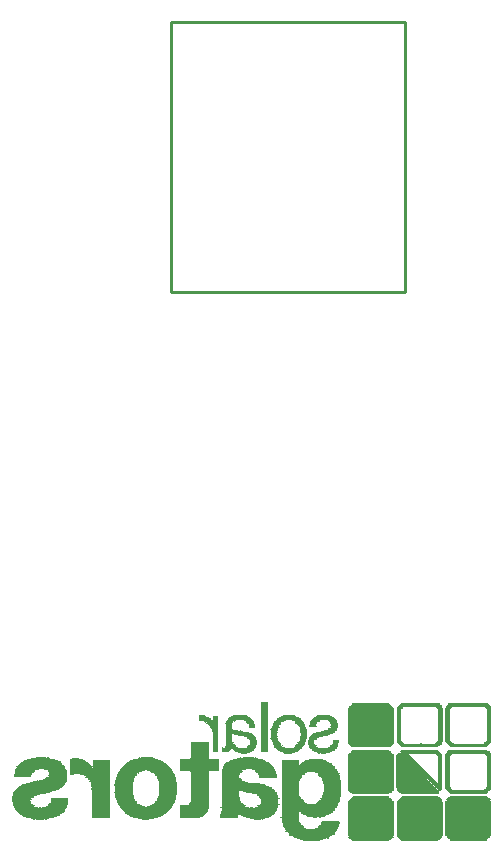
<source format=gbo>
G04*
G04 #@! TF.GenerationSoftware,Altium Limited,Altium Designer,18.1.6 (161)*
G04*
G04 Layer_Color=32896*
%FSLAX25Y25*%
%MOIN*%
G70*
G01*
G75*
%ADD11C,0.01000*%
%ADD60C,0.00200*%
D11*
X251000Y193000D02*
Y283000D01*
X173000Y193000D02*
Y283000D01*
Y193000D02*
X251000D01*
X173000Y283000D02*
X251000D01*
D60*
X203200Y56200D02*
X205000D01*
X266200Y56000D02*
X278000D01*
X250000D02*
X261800D01*
X233800D02*
X245400D01*
X203200D02*
X205000D01*
X278400Y55800D02*
X278600D01*
X266000D02*
X278200D01*
X265600D02*
X265800D01*
X262200D02*
X262400D01*
X249800D02*
X262000D01*
X233600D02*
X245600D01*
X203200D02*
X205000D01*
X278600Y55600D02*
X278800D01*
X265800D02*
X278400D01*
X265400D02*
X265600D01*
X262400D02*
X262600D01*
X249600D02*
X262200D01*
X233400D02*
X245800D01*
X203200D02*
X205000D01*
X265600Y55400D02*
X278600D01*
X265200D02*
X265400D01*
X262600D02*
X262800D01*
X249400D02*
X262400D01*
X233200D02*
X246000D01*
X203200D02*
X205000D01*
X279000Y55200D02*
X279200D01*
X265400D02*
X278800D01*
X265000D02*
X265200D01*
X262800D02*
X263000D01*
X249200D02*
X262600D01*
X233000D02*
X246200D01*
X203200D02*
X205000D01*
X279200Y55000D02*
X279400D01*
X265200D02*
X279000D01*
X264800D02*
X265000D01*
X263000D02*
X263200D01*
X249000D02*
X262800D01*
X232800D02*
X246400D01*
X203200D02*
X205000D01*
X277600Y54800D02*
X279200D01*
X265000D02*
X266600D01*
X261400D02*
X263000D01*
X248800D02*
X250400D01*
X232600D02*
X246600D01*
X203200D02*
X205000D01*
X277800Y54600D02*
X279400D01*
X264800D02*
X266400D01*
X261600D02*
X263200D01*
X248600D02*
X250200D01*
X232400D02*
X246800D01*
X203200D02*
X205000D01*
X278000Y54400D02*
X279600D01*
X264600D02*
X266200D01*
X261800D02*
X263200D01*
X248400D02*
X250000D01*
X232200D02*
X247000D01*
X203200D02*
X205000D01*
X278200Y54200D02*
X279600D01*
X264600D02*
X266000D01*
X262000D02*
X263400D01*
X248400D02*
X249800D01*
X232000D02*
X247000D01*
X203200D02*
X205000D01*
X278400Y54000D02*
X279600D01*
X264600D02*
X265800D01*
X262200D02*
X263400D01*
X248400D02*
X249600D01*
X232200D02*
X247000D01*
X203200D02*
X205000D01*
X278400Y53800D02*
X279600D01*
X264600D02*
X265800D01*
X262200D02*
X263400D01*
X248400D02*
X249600D01*
X232200D02*
X247000D01*
X203200D02*
X205000D01*
X278400Y53600D02*
X279600D01*
X264600D02*
X265800D01*
X262200D02*
X263400D01*
X248400D02*
X249600D01*
X232200D02*
X247000D01*
X203200D02*
X205000D01*
X278400Y53400D02*
X279600D01*
X264600D02*
X265800D01*
X262200D02*
X263400D01*
X248400D02*
X249600D01*
X232200D02*
X247000D01*
X203200D02*
X205000D01*
X278400Y53200D02*
X279600D01*
X264600D02*
X265800D01*
X262200D02*
X263400D01*
X248400D02*
X249600D01*
X232200D02*
X247000D01*
X203200D02*
X205000D01*
X278400Y53000D02*
X279600D01*
X264600D02*
X265800D01*
X262200D02*
X263400D01*
X248400D02*
X249600D01*
X232200D02*
X247000D01*
X203200D02*
X205000D01*
X278400Y52800D02*
X279600D01*
X264600D02*
X265800D01*
X262200D02*
X263400D01*
X248400D02*
X249600D01*
X232200D02*
X247000D01*
X203200D02*
X205000D01*
X278400Y52600D02*
X279600D01*
X264600D02*
X265800D01*
X262200D02*
X263400D01*
X248400D02*
X249600D01*
X232200D02*
X247000D01*
X203200D02*
X205000D01*
X278400Y52400D02*
X279600D01*
X264600D02*
X265800D01*
X262200D02*
X263400D01*
X248400D02*
X249600D01*
X232200D02*
X247000D01*
X203200D02*
X205000D01*
X278400Y52200D02*
X279600D01*
X264600D02*
X265800D01*
X262200D02*
X263400D01*
X248400D02*
X249600D01*
X232200D02*
X247000D01*
X203200D02*
X205000D01*
X278400Y52000D02*
X279600D01*
X264600D02*
X265800D01*
X262200D02*
X263400D01*
X248400D02*
X249600D01*
X232200D02*
X247000D01*
X222800D02*
X224800D01*
X211200D02*
X213400D01*
X203200D02*
X205000D01*
X194600D02*
X197000D01*
X278400Y51800D02*
X279600D01*
X264600D02*
X265800D01*
X262200D02*
X263400D01*
X248400D02*
X249600D01*
X232200D02*
X247000D01*
X221800D02*
X225800D01*
X210400D02*
X214200D01*
X203200D02*
X205000D01*
X193800D02*
X198000D01*
X182400D02*
X184000D01*
X278400Y51600D02*
X279600D01*
X264600D02*
X265800D01*
X262200D02*
X263400D01*
X248400D02*
X249600D01*
X232200D02*
X247000D01*
X221400D02*
X226400D01*
X209800D02*
X214600D01*
X203200D02*
X205000D01*
X193200D02*
X198600D01*
X187000D02*
X188600D01*
X182400D02*
X184600D01*
X278400Y51400D02*
X279600D01*
X264600D02*
X265800D01*
X262200D02*
X263400D01*
X248400D02*
X249600D01*
X232200D02*
X247000D01*
X221000D02*
X226800D01*
X209400D02*
X215000D01*
X203200D02*
X205000D01*
X192800D02*
X198800D01*
X187000D02*
X188600D01*
X182400D02*
X185000D01*
X278400Y51200D02*
X279600D01*
X264600D02*
X265800D01*
X262200D02*
X263400D01*
X248400D02*
X249600D01*
X232200D02*
X247000D01*
X220800D02*
X227000D01*
X209200D02*
X215400D01*
X203200D02*
X205000D01*
X192600D02*
X199200D01*
X187000D02*
X188600D01*
X182400D02*
X185400D01*
X278400Y51000D02*
X279600D01*
X264600D02*
X265800D01*
X262200D02*
X263400D01*
X248400D02*
X249600D01*
X232200D02*
X247000D01*
X220600D02*
X227400D01*
X208800D02*
X215600D01*
X203200D02*
X205000D01*
X192400D02*
X199400D01*
X187000D02*
X188600D01*
X182400D02*
X185600D01*
X278400Y50800D02*
X279600D01*
X264600D02*
X265800D01*
X262200D02*
X263400D01*
X248400D02*
X249600D01*
X232200D02*
X247000D01*
X220400D02*
X227600D01*
X208600D02*
X216000D01*
X203200D02*
X205000D01*
X192200D02*
X199600D01*
X187000D02*
X188600D01*
X182400D02*
X186000D01*
X278400Y50600D02*
X279600D01*
X264600D02*
X265800D01*
X262200D02*
X263400D01*
X248400D02*
X249600D01*
X232200D02*
X247000D01*
X224200D02*
X227800D01*
X220200D02*
X223800D01*
X212400D02*
X216200D01*
X208400D02*
X212000D01*
X203200D02*
X205000D01*
X196200D02*
X199800D01*
X192000D02*
X195800D01*
X187000D02*
X188600D01*
X182400D02*
X186200D01*
X278400Y50400D02*
X279600D01*
X264600D02*
X265800D01*
X262200D02*
X263400D01*
X248400D02*
X249600D01*
X232200D02*
X247000D01*
X225400D02*
X227800D01*
X220000D02*
X222600D01*
X213600D02*
X216400D01*
X208200D02*
X211000D01*
X203200D02*
X205000D01*
X197400D02*
X200000D01*
X191800D02*
X194400D01*
X187000D02*
X188600D01*
X186600D02*
X186800D01*
X182400D02*
X186400D01*
X278400Y50200D02*
X279600D01*
X264600D02*
X265800D01*
X262200D02*
X263400D01*
X248400D02*
X249600D01*
X232200D02*
X247000D01*
X225800D02*
X228000D01*
X219800D02*
X222200D01*
X214000D02*
X216600D01*
X208000D02*
X210400D01*
X203200D02*
X205000D01*
X198000D02*
X200200D01*
X191800D02*
X194000D01*
X187000D02*
X188600D01*
X182600D02*
X186400D01*
X278400Y50000D02*
X279600D01*
X264600D02*
X265800D01*
X262200D02*
X263400D01*
X248400D02*
X249600D01*
X232200D02*
X247000D01*
X226200D02*
X228200D01*
X222200D02*
X222400D01*
X219800D02*
X221800D01*
X214400D02*
X216600D01*
X207800D02*
X210200D01*
X203200D02*
X205000D01*
X198200D02*
X200200D01*
X194000D02*
X194200D01*
X191600D02*
X193600D01*
X187000D02*
X188600D01*
X184200D02*
X186600D01*
X278400Y49800D02*
X279600D01*
X264600D02*
X265800D01*
X262200D02*
X263400D01*
X248400D02*
X249600D01*
X232200D02*
X247000D01*
X226400D02*
X228200D01*
X225800D02*
X226000D01*
X219600D02*
X221600D01*
X214600D02*
X216800D01*
X210200D02*
X210400D01*
X207600D02*
X209800D01*
X203200D02*
X205000D01*
X198400D02*
X200400D01*
X198000D02*
X198200D01*
X191600D02*
X193400D01*
X187000D02*
X188600D01*
X184800D02*
X186800D01*
X278400Y49600D02*
X279600D01*
X264600D02*
X265800D01*
X262200D02*
X263400D01*
X248400D02*
X249600D01*
X232200D02*
X247000D01*
X226400D02*
X228200D01*
X226000D02*
X226200D01*
X219600D02*
X221400D01*
X214800D02*
X217000D01*
X214400D02*
X214600D01*
X207600D02*
X209600D01*
X203200D02*
X205000D01*
X198600D02*
X200400D01*
X198200D02*
X198400D01*
X191400D02*
X193400D01*
X187000D02*
X188600D01*
X185000D02*
X186800D01*
X184400D02*
X184600D01*
X278400Y49400D02*
X279600D01*
X264600D02*
X265800D01*
X262200D02*
X263400D01*
X248400D02*
X249600D01*
X232200D02*
X247000D01*
X226600D02*
X228400D01*
X226200D02*
X226400D01*
X219400D02*
X221400D01*
X215000D02*
X217200D01*
X214600D02*
X214800D01*
X207400D02*
X209400D01*
X203200D02*
X205000D01*
X198800D02*
X200600D01*
X198400D02*
X198600D01*
X191400D02*
X193200D01*
X185400D02*
X188600D01*
X184800D02*
X185000D01*
X278400Y49200D02*
X279600D01*
X264600D02*
X265800D01*
X262200D02*
X263400D01*
X248400D02*
X249600D01*
X232200D02*
X247000D01*
X226600D02*
X228400D01*
X219400D02*
X221200D01*
X215200D02*
X217200D01*
X214800D02*
X215000D01*
X207200D02*
X209200D01*
X203200D02*
X205000D01*
X198800D02*
X200600D01*
X191400D02*
X193200D01*
X191000D02*
X191200D01*
X185600D02*
X188600D01*
X278400Y49000D02*
X279600D01*
X264600D02*
X265800D01*
X262200D02*
X263400D01*
X248400D02*
X249600D01*
X232200D02*
X247000D01*
X226600D02*
X228400D01*
X219400D02*
X221200D01*
X215400D02*
X217400D01*
X215000D02*
X215200D01*
X207200D02*
X209200D01*
X203200D02*
X205000D01*
X199000D02*
X200600D01*
X191400D02*
X193200D01*
X185800D02*
X188600D01*
X185400D02*
X185600D01*
X278400Y48800D02*
X279600D01*
X264600D02*
X265800D01*
X262200D02*
X263400D01*
X248400D02*
X249600D01*
X232200D02*
X247000D01*
X226600D02*
X228400D01*
X219400D02*
X221000D01*
X215600D02*
X217400D01*
X209200D02*
X209400D01*
X207000D02*
X209000D01*
X203200D02*
X205000D01*
X199000D02*
X200800D01*
X191400D02*
X193000D01*
X186000D02*
X188600D01*
X185600D02*
X185800D01*
X278400Y48600D02*
X279600D01*
X264600D02*
X265800D01*
X262200D02*
X263400D01*
X248400D02*
X249600D01*
X232200D02*
X247000D01*
X226600D02*
X228400D01*
X219200D02*
X221000D01*
X215600D02*
X217600D01*
X207000D02*
X208800D01*
X203200D02*
X205000D01*
X199000D02*
X200800D01*
X191400D02*
X193000D01*
X186200D02*
X188600D01*
X185800D02*
X186000D01*
X278400Y48400D02*
X279600D01*
X264600D02*
X265800D01*
X262200D02*
X263400D01*
X248400D02*
X249600D01*
X232200D02*
X247000D01*
X226600D02*
X228400D01*
X221200D02*
X221400D01*
X219200D02*
X221000D01*
X215800D02*
X217600D01*
X207000D02*
X208800D01*
X203200D02*
X205000D01*
X199000D02*
X200800D01*
X191400D02*
X193000D01*
X186200D02*
X188600D01*
X278400Y48200D02*
X279600D01*
X264600D02*
X265800D01*
X262200D02*
X263400D01*
X248400D02*
X249600D01*
X232200D02*
X247000D01*
X226600D02*
X228400D01*
X226200D02*
X226400D01*
X219200D02*
X221000D01*
X215800D02*
X217600D01*
X206800D02*
X208600D01*
X203200D02*
X205000D01*
X199200D02*
X200800D01*
X191400D02*
X193000D01*
X186400D02*
X188600D01*
X278400Y48000D02*
X279600D01*
X264600D02*
X265800D01*
X262200D02*
X263400D01*
X248400D02*
X249600D01*
X232200D02*
X247000D01*
X226600D02*
X228400D01*
X216000D02*
X217800D01*
X208800D02*
X209000D01*
X206800D02*
X208600D01*
X203200D02*
X205000D01*
X199200D02*
X200800D01*
X191400D02*
X193000D01*
X186600D02*
X188600D01*
X278400Y47800D02*
X279600D01*
X264600D02*
X265800D01*
X262200D02*
X263400D01*
X248400D02*
X249600D01*
X232200D02*
X247000D01*
X226400D02*
X228400D01*
X216000D02*
X217800D01*
X206800D02*
X208600D01*
X203200D02*
X205000D01*
X191400D02*
X193000D01*
X186600D02*
X188600D01*
X186200D02*
X186400D01*
X278400Y47600D02*
X279600D01*
X264600D02*
X265800D01*
X262200D02*
X263400D01*
X248400D02*
X249600D01*
X232200D02*
X247000D01*
X226200D02*
X228200D01*
X225600D02*
X225800D01*
X216000D02*
X217800D01*
X206600D02*
X208400D01*
X203200D02*
X205000D01*
X191400D02*
X193200D01*
X186600D02*
X188600D01*
X278400Y47400D02*
X279600D01*
X264600D02*
X265800D01*
X262200D02*
X263400D01*
X248400D02*
X249600D01*
X232200D02*
X247000D01*
X225800D02*
X228200D01*
X216200D02*
X217800D01*
X206600D02*
X208400D01*
X203200D02*
X205000D01*
X191400D02*
X193200D01*
X186800D02*
X188600D01*
X278400Y47200D02*
X279600D01*
X264600D02*
X265800D01*
X262200D02*
X263400D01*
X248400D02*
X249600D01*
X232200D02*
X247000D01*
X225400D02*
X228000D01*
X216200D02*
X218000D01*
X206600D02*
X208400D01*
X206200D02*
X206400D01*
X203200D02*
X205000D01*
X191400D02*
X193400D01*
X186800D02*
X188600D01*
X278400Y47000D02*
X279600D01*
X264600D02*
X265800D01*
X262200D02*
X263400D01*
X248400D02*
X249600D01*
X232200D02*
X247000D01*
X224800D02*
X228000D01*
X216200D02*
X218000D01*
X206600D02*
X208400D01*
X203200D02*
X205000D01*
X196000D02*
X196200D01*
X191400D02*
X193800D01*
X186800D02*
X188600D01*
X278400Y46800D02*
X279600D01*
X264600D02*
X265800D01*
X262200D02*
X263400D01*
X248400D02*
X249600D01*
X232200D02*
X247000D01*
X224200D02*
X227800D01*
X216200D02*
X218000D01*
X206600D02*
X208200D01*
X203200D02*
X205000D01*
X191400D02*
X195200D01*
X186800D02*
X188600D01*
X278400Y46600D02*
X279600D01*
X264600D02*
X265800D01*
X262200D02*
X263400D01*
X248400D02*
X249600D01*
X232200D02*
X247000D01*
X223200D02*
X227600D01*
X216200D02*
X218000D01*
X206600D02*
X208200D01*
X203200D02*
X205000D01*
X191400D02*
X196800D01*
X186800D02*
X188600D01*
X278400Y46400D02*
X279600D01*
X264600D02*
X265800D01*
X262200D02*
X263400D01*
X248400D02*
X249600D01*
X232200D02*
X247000D01*
X222200D02*
X227400D01*
X216200D02*
X218000D01*
X208400D02*
X208600D01*
X206400D02*
X208200D01*
X203200D02*
X205000D01*
X191400D02*
X198000D01*
X187000D02*
X188600D01*
X278400Y46200D02*
X279600D01*
X264600D02*
X265800D01*
X262200D02*
X263400D01*
X248400D02*
X249600D01*
X232200D02*
X247000D01*
X221400D02*
X227200D01*
X216400D02*
X218000D01*
X206400D02*
X208200D01*
X203200D02*
X205000D01*
X191400D02*
X198800D01*
X187000D02*
X188600D01*
X278400Y46000D02*
X279600D01*
X264600D02*
X265800D01*
X262200D02*
X263400D01*
X248400D02*
X249600D01*
X232200D02*
X247000D01*
X221000D02*
X226800D01*
X216400D02*
X218000D01*
X206400D02*
X208200D01*
X203200D02*
X205000D01*
X191400D02*
X199400D01*
X187000D02*
X188600D01*
X278400Y45800D02*
X279600D01*
X264600D02*
X265800D01*
X262200D02*
X263400D01*
X248400D02*
X249600D01*
X232200D02*
X247000D01*
X220600D02*
X226400D01*
X216400D02*
X218000D01*
X206400D02*
X208200D01*
X203200D02*
X205000D01*
X193400D02*
X199800D01*
X191400D02*
X193000D01*
X187000D02*
X188600D01*
X278400Y45600D02*
X279600D01*
X264600D02*
X265800D01*
X262200D02*
X263400D01*
X248400D02*
X249600D01*
X232200D02*
X247000D01*
X220200D02*
X225800D01*
X216400D02*
X218000D01*
X206400D02*
X208200D01*
X203200D02*
X205000D01*
X194200D02*
X200000D01*
X191400D02*
X193000D01*
X187000D02*
X188600D01*
X278400Y45400D02*
X279600D01*
X264600D02*
X265800D01*
X262200D02*
X263400D01*
X248400D02*
X249600D01*
X232200D02*
X247000D01*
X220000D02*
X225200D01*
X216400D02*
X218000D01*
X206400D02*
X208200D01*
X203200D02*
X205000D01*
X195400D02*
X200200D01*
X191400D02*
X193000D01*
X187000D02*
X188600D01*
X278400Y45200D02*
X279600D01*
X264600D02*
X265800D01*
X262200D02*
X263400D01*
X248400D02*
X249600D01*
X232200D02*
X247000D01*
X219800D02*
X224200D01*
X216400D02*
X218000D01*
X206400D02*
X208200D01*
X203200D02*
X205000D01*
X196800D02*
X200600D01*
X191400D02*
X193000D01*
X187000D02*
X188600D01*
X278400Y45000D02*
X279600D01*
X264600D02*
X265800D01*
X262200D02*
X263400D01*
X248400D02*
X249600D01*
X232200D02*
X247000D01*
X219600D02*
X223400D01*
X216200D02*
X218000D01*
X208400D02*
X208600D01*
X206400D02*
X208200D01*
X203200D02*
X205000D01*
X197600D02*
X200600D01*
X191400D02*
X193000D01*
X187000D02*
X188600D01*
X278400Y44800D02*
X279600D01*
X264600D02*
X265800D01*
X262200D02*
X263400D01*
X248400D02*
X249600D01*
X232200D02*
X247000D01*
X219400D02*
X222600D01*
X216200D02*
X218000D01*
X206600D02*
X208200D01*
X203200D02*
X205000D01*
X198200D02*
X200800D01*
X191400D02*
X193000D01*
X187000D02*
X188600D01*
X278400Y44600D02*
X279600D01*
X264600D02*
X265800D01*
X262200D02*
X263400D01*
X248400D02*
X249600D01*
X232200D02*
X247000D01*
X219200D02*
X222000D01*
X216200D02*
X218000D01*
X206600D02*
X208200D01*
X203200D02*
X205000D01*
X198600D02*
X201000D01*
X191400D02*
X193000D01*
X187000D02*
X188600D01*
X278400Y44400D02*
X279600D01*
X264600D02*
X265800D01*
X262200D02*
X263400D01*
X248400D02*
X249600D01*
X232200D02*
X247000D01*
X219200D02*
X221400D01*
X216200D02*
X218000D01*
X206600D02*
X208400D01*
X203200D02*
X205000D01*
X199000D02*
X201000D01*
X198400D02*
X198600D01*
X191400D02*
X193000D01*
X187000D02*
X188600D01*
X278400Y44200D02*
X279600D01*
X264600D02*
X265800D01*
X262200D02*
X263400D01*
X248400D02*
X249600D01*
X232200D02*
X247000D01*
X219000D02*
X221200D01*
X216200D02*
X218000D01*
X206600D02*
X208400D01*
X206200D02*
X206400D01*
X203200D02*
X205000D01*
X199200D02*
X201200D01*
X198800D02*
X199000D01*
X191400D02*
X193000D01*
X187000D02*
X188600D01*
X278400Y44000D02*
X279600D01*
X264600D02*
X265800D01*
X262200D02*
X263400D01*
X248400D02*
X249600D01*
X232200D02*
X247000D01*
X221200D02*
X221400D01*
X219000D02*
X221000D01*
X216000D02*
X217800D01*
X206600D02*
X208400D01*
X203200D02*
X205000D01*
X199400D02*
X201200D01*
X199000D02*
X199200D01*
X191400D02*
X193000D01*
X187000D02*
X188600D01*
X278400Y43800D02*
X279600D01*
X264600D02*
X265800D01*
X262200D02*
X263400D01*
X248400D02*
X249600D01*
X232200D02*
X247000D01*
X221000D02*
X221200D01*
X219000D02*
X220800D01*
X216000D02*
X217800D01*
X206600D02*
X208400D01*
X203200D02*
X205000D01*
X199400D02*
X201200D01*
X191400D02*
X193000D01*
X187000D02*
X188600D01*
X278400Y43600D02*
X279600D01*
X264600D02*
X265800D01*
X262200D02*
X263400D01*
X248400D02*
X249600D01*
X232200D02*
X247000D01*
X227200D02*
X228800D01*
X218800D02*
X220600D01*
X216000D02*
X217800D01*
X206800D02*
X208600D01*
X203200D02*
X205000D01*
X199600D02*
X201400D01*
X191400D02*
X193200D01*
X187000D02*
X188600D01*
X278200Y43400D02*
X279600D01*
X264600D02*
X266000D01*
X262000D02*
X263400D01*
X248400D02*
X249600D01*
X232000D02*
X247000D01*
X227000D02*
X228800D01*
X218800D02*
X220600D01*
X216000D02*
X217800D01*
X206800D02*
X208600D01*
X203200D02*
X205000D01*
X199600D02*
X201400D01*
X191400D02*
X193200D01*
X187000D02*
X188600D01*
X278000Y43200D02*
X279600D01*
X264600D02*
X266200D01*
X261800D02*
X263400D01*
X248400D02*
X249800D01*
X232200D02*
X247000D01*
X227000D02*
X228800D01*
X218800D02*
X220600D01*
X215800D02*
X217600D01*
X206800D02*
X208800D01*
X203200D02*
X205000D01*
X199600D02*
X201400D01*
X191400D02*
X193200D01*
X187000D02*
X188600D01*
X277800Y43000D02*
X279400D01*
X264800D02*
X266400D01*
X261600D02*
X263200D01*
X248400D02*
X250000D01*
X232200D02*
X247000D01*
X227000D02*
X228800D01*
X218800D02*
X220600D01*
X215800D02*
X217600D01*
X207000D02*
X208800D01*
X203200D02*
X205000D01*
X199600D02*
X201400D01*
X191400D02*
X193400D01*
X187000D02*
X188600D01*
X179800D02*
X185400D01*
X277600Y42800D02*
X279200D01*
X265000D02*
X266600D01*
X261400D02*
X263000D01*
X248600D02*
X250200D01*
X232400D02*
X246800D01*
X227000D02*
X228800D01*
X218800D02*
X220600D01*
X215600D02*
X217600D01*
X215200D02*
X215400D01*
X207000D02*
X209000D01*
X203200D02*
X205000D01*
X199600D02*
X201400D01*
X193600D02*
X193800D01*
X191400D02*
X193400D01*
X187000D02*
X188600D01*
X179800D02*
X185400D01*
X277400Y42600D02*
X279000D01*
X265200D02*
X267000D01*
X263000D02*
X263200D01*
X261200D02*
X262800D01*
X256200D02*
X256400D01*
X248800D02*
X250400D01*
X246800D02*
X247000D01*
X232600D02*
X246600D01*
X232200D02*
X232400D01*
X227000D02*
X228600D01*
X218800D02*
X220600D01*
X215600D02*
X217400D01*
X209200D02*
X209400D01*
X207000D02*
X209000D01*
X203200D02*
X205000D01*
X199600D02*
X201400D01*
X191400D02*
X193400D01*
X187000D02*
X188600D01*
X179800D02*
X185400D01*
X265400Y42400D02*
X278800D01*
X262800D02*
X263000D01*
X249000D02*
X262600D01*
X246600D02*
X246800D01*
X232800D02*
X246400D01*
X232400D02*
X232600D01*
X226800D02*
X228600D01*
X218800D02*
X220600D01*
X215400D02*
X217400D01*
X209400D02*
X209600D01*
X207200D02*
X209200D01*
X203200D02*
X205000D01*
X199600D02*
X201400D01*
X193800D02*
X194000D01*
X191400D02*
X193600D01*
X187000D02*
X188600D01*
X179800D02*
X185400D01*
X265600Y42200D02*
X278600D01*
X249200D02*
X262400D01*
X246400D02*
X246600D01*
X233000D02*
X246200D01*
X232600D02*
X232800D01*
X226800D02*
X228600D01*
X219000D02*
X220800D01*
X215200D02*
X217200D01*
X214800D02*
X215000D01*
X207400D02*
X209200D01*
X203200D02*
X205000D01*
X199400D02*
X201400D01*
X194000D02*
X194200D01*
X191400D02*
X193800D01*
X187000D02*
X188600D01*
X179800D02*
X185400D01*
X265800Y42000D02*
X278400D01*
X262400D02*
X262600D01*
X249400D02*
X262200D01*
X246200D02*
X246400D01*
X233200D02*
X246000D01*
X232800D02*
X233000D01*
X226600D02*
X228400D01*
X226200D02*
X226400D01*
X221000D02*
X221200D01*
X219000D02*
X220800D01*
X215000D02*
X217200D01*
X214600D02*
X214800D01*
X207400D02*
X209400D01*
X203200D02*
X205000D01*
X199400D02*
X201200D01*
X199000D02*
X199200D01*
X194200D02*
X194400D01*
X191400D02*
X194000D01*
X187000D02*
X188600D01*
X179800D02*
X185400D01*
X266000Y41800D02*
X278200D01*
X249800D02*
X262000D01*
X246000D02*
X246200D01*
X233400D02*
X245800D01*
X233000D02*
X233200D01*
X226400D02*
X228400D01*
X226000D02*
X226200D01*
X221200D02*
X221400D01*
X219000D02*
X221000D01*
X214800D02*
X217000D01*
X214400D02*
X214600D01*
X210000D02*
X210200D01*
X207600D02*
X209600D01*
X203200D02*
X205000D01*
X199200D02*
X201200D01*
X198800D02*
X199000D01*
X191400D02*
X194200D01*
X187000D02*
X188600D01*
X179800D02*
X185400D01*
X266200Y41600D02*
X278000D01*
X249800D02*
X261800D01*
X245800D02*
X246000D01*
X233600D02*
X245600D01*
X233200D02*
X233400D01*
X226200D02*
X228400D01*
X219200D02*
X221200D01*
X214600D02*
X216800D01*
X207600D02*
X209800D01*
X203200D02*
X205000D01*
X199000D02*
X201200D01*
X198600D02*
X198800D01*
X191200D02*
X194400D01*
X187000D02*
X188600D01*
X179800D02*
X185400D01*
X226000Y41400D02*
X228200D01*
X219200D02*
X221400D01*
X214400D02*
X216600D01*
X210600D02*
X210800D01*
X207800D02*
X210200D01*
X203200D02*
X205000D01*
X198800D02*
X201000D01*
X193000D02*
X194800D01*
X191200D02*
X192800D01*
X187000D02*
X188600D01*
X179800D02*
X185400D01*
X225600Y41200D02*
X228000D01*
X219400D02*
X221800D01*
X214000D02*
X216600D01*
X208000D02*
X210600D01*
X207600D02*
X207800D01*
X203200D02*
X205000D01*
X198600D02*
X201000D01*
X193200D02*
X195200D01*
X191000D02*
X192800D01*
X190000D02*
X190200D01*
X187000D02*
X188600D01*
X179800D02*
X185400D01*
X225000Y41000D02*
X228000D01*
X219600D02*
X222400D01*
X213600D02*
X216400D01*
X208200D02*
X211000D01*
X203200D02*
X205000D01*
X198200D02*
X200800D01*
X193400D02*
X195800D01*
X190000D02*
X192800D01*
X187000D02*
X188600D01*
X179800D02*
X185400D01*
X219800Y40800D02*
X227800D01*
X208400D02*
X216200D01*
X203200D02*
X205000D01*
X193600D02*
X200600D01*
X193000D02*
X193200D01*
X190000D02*
X192800D01*
X187000D02*
X188600D01*
X179800D02*
X185400D01*
X220000Y40600D02*
X227600D01*
X208600D02*
X215800D01*
X203200D02*
X205000D01*
X193800D02*
X200600D01*
X190000D02*
X192800D01*
X187000D02*
X188600D01*
X179800D02*
X185400D01*
X266200Y40400D02*
X278000D01*
X250000D02*
X261600D01*
X233800D02*
X245400D01*
X220200D02*
X227400D01*
X208800D02*
X215600D01*
X203200D02*
X205000D01*
X194000D02*
X200400D01*
X190000D02*
X192600D01*
X187000D02*
X188600D01*
X179800D02*
X185400D01*
X266000Y40200D02*
X278200D01*
X265600D02*
X265800D01*
X249800D02*
X261800D01*
X233600D02*
X245600D01*
X220400D02*
X227000D01*
X209200D02*
X215400D01*
X203200D02*
X205000D01*
X194200D02*
X200200D01*
X190000D02*
X192400D01*
X187000D02*
X188600D01*
X179800D02*
X185400D01*
X278600Y40000D02*
X278800D01*
X265800D02*
X278400D01*
X265400D02*
X265600D01*
X249600D02*
X262000D01*
X233400D02*
X245800D01*
X220800D02*
X226600D01*
X209600D02*
X215000D01*
X203200D02*
X205000D01*
X194400D02*
X199800D01*
X190000D02*
X192200D01*
X187000D02*
X188600D01*
X179800D02*
X185400D01*
X278800Y39800D02*
X279000D01*
X265600D02*
X278600D01*
X265200D02*
X265400D01*
X249600D02*
X262200D01*
X233200D02*
X246000D01*
X221200D02*
X226200D01*
X210000D02*
X214600D01*
X203200D02*
X205000D01*
X194800D02*
X199400D01*
X190000D02*
X192000D01*
X187000D02*
X188600D01*
X179800D02*
X185400D01*
X279000Y39600D02*
X279200D01*
X265400D02*
X278800D01*
X265000D02*
X265200D01*
X249800D02*
X262400D01*
X233000D02*
X246200D01*
X221800D02*
X225800D01*
X210400D02*
X214000D01*
X195400D02*
X199000D01*
X179800D02*
X185400D01*
X279200Y39400D02*
X279400D01*
X265200D02*
X279000D01*
X264800D02*
X265000D01*
X250000D02*
X262600D01*
X249600D02*
X249800D01*
X249000D02*
X249400D01*
X232800D02*
X246400D01*
X223000D02*
X224600D01*
X211400D02*
X213000D01*
X196400D02*
X198000D01*
X179800D02*
X185400D01*
X277600Y39200D02*
X279200D01*
X265000D02*
X266600D01*
X261200D02*
X262800D01*
X250200D02*
X251800D01*
X249800D02*
X250000D01*
X248800D02*
X249600D01*
X232600D02*
X246600D01*
X222200D02*
X222400D01*
X210800D02*
X211000D01*
X179800D02*
X185400D01*
X277800Y39000D02*
X279400D01*
X264800D02*
X266400D01*
X261400D02*
X263000D01*
X250400D02*
X252000D01*
X250000D02*
X250200D01*
X248600D02*
X249800D01*
X232400D02*
X246800D01*
X179800D02*
X185400D01*
X278000Y38800D02*
X279600D01*
X264600D02*
X266200D01*
X261600D02*
X263200D01*
X250600D02*
X252200D01*
X250200D02*
X250400D01*
X248400D02*
X250000D01*
X232200D02*
X247000D01*
X179800D02*
X185400D01*
X278200Y38600D02*
X279600D01*
X264600D02*
X266000D01*
X261800D02*
X263200D01*
X250800D02*
X252400D01*
X250400D02*
X250600D01*
X248200D02*
X250200D01*
X232000D02*
X247000D01*
X179800D02*
X185400D01*
X278400Y38400D02*
X279600D01*
X264600D02*
X265800D01*
X262000D02*
X263200D01*
X251000D02*
X252600D01*
X250600D02*
X250800D01*
X248200D02*
X250400D01*
X232200D02*
X247000D01*
X179800D02*
X185400D01*
X278400Y38200D02*
X279600D01*
X264600D02*
X265800D01*
X262000D02*
X263200D01*
X251200D02*
X252800D01*
X250800D02*
X251000D01*
X248200D02*
X250600D01*
X232200D02*
X247000D01*
X179800D02*
X185400D01*
X278400Y38000D02*
X279600D01*
X264600D02*
X265800D01*
X262000D02*
X263200D01*
X251400D02*
X253000D01*
X251000D02*
X251200D01*
X248200D02*
X250800D01*
X232200D02*
X247000D01*
X201000D02*
X201200D01*
X196000D02*
X196200D01*
X179800D02*
X185400D01*
X166600D02*
X166800D01*
X162400D02*
X162600D01*
X131800D02*
X132000D01*
X278400Y37800D02*
X279600D01*
X264600D02*
X265800D01*
X262000D02*
X263200D01*
X251600D02*
X253200D01*
X251200D02*
X251400D01*
X248200D02*
X251000D01*
X232200D02*
X247000D01*
X197000D02*
X200400D01*
X179800D02*
X185400D01*
X163200D02*
X166000D01*
X128000D02*
X131200D01*
X278400Y37600D02*
X279600D01*
X264600D02*
X265800D01*
X262000D02*
X263200D01*
X251800D02*
X253400D01*
X251400D02*
X251600D01*
X248200D02*
X251200D01*
X232200D02*
X247000D01*
X195200D02*
X201800D01*
X179800D02*
X185400D01*
X179400D02*
X179600D01*
X162000D02*
X167400D01*
X140200D02*
X142000D01*
X126600D02*
X132600D01*
X278400Y37400D02*
X279600D01*
X264600D02*
X265800D01*
X262000D02*
X263200D01*
X252000D02*
X253600D01*
X251600D02*
X251800D01*
X248200D02*
X251400D01*
X232200D02*
X247000D01*
X220000D02*
X222200D01*
X194400D02*
X202600D01*
X179800D02*
X185400D01*
X161200D02*
X168000D01*
X139600D02*
X142800D01*
X125800D02*
X133400D01*
X278400Y37200D02*
X279600D01*
X264600D02*
X265800D01*
X262000D02*
X263200D01*
X252200D02*
X253800D01*
X251800D02*
X252000D01*
X248200D02*
X251600D01*
X232200D02*
X247000D01*
X219000D02*
X223400D01*
X193800D02*
X203400D01*
X176000D02*
X188800D01*
X160600D02*
X168600D01*
X139600D02*
X143400D01*
X125000D02*
X134200D01*
X278400Y37000D02*
X279600D01*
X264600D02*
X265800D01*
X262000D02*
X263200D01*
X252400D02*
X254000D01*
X252000D02*
X252200D01*
X248200D02*
X251800D01*
X232200D02*
X247000D01*
X218200D02*
X224000D01*
X193200D02*
X203800D01*
X176000D02*
X188800D01*
X160000D02*
X169200D01*
X147200D02*
X152400D01*
X139600D02*
X143800D01*
X124600D02*
X134600D01*
X278400Y36800D02*
X279600D01*
X264600D02*
X265800D01*
X262000D02*
X263200D01*
X252600D02*
X254200D01*
X252200D02*
X252400D01*
X248200D02*
X252000D01*
X232200D02*
X247000D01*
X217800D02*
X224400D01*
X210000D02*
X215400D01*
X192800D02*
X204200D01*
X176000D02*
X188800D01*
X159600D02*
X169600D01*
X147200D02*
X152400D01*
X139600D02*
X144200D01*
X124200D02*
X135000D01*
X278400Y36600D02*
X279600D01*
X264600D02*
X265800D01*
X262000D02*
X263200D01*
X252800D02*
X254400D01*
X252400D02*
X252600D01*
X248200D02*
X252200D01*
X232200D02*
X247000D01*
X217400D02*
X224800D01*
X210000D02*
X215400D01*
X192400D02*
X204600D01*
X176000D02*
X188800D01*
X159200D02*
X170000D01*
X147200D02*
X152400D01*
X139600D02*
X144600D01*
X135800D02*
X136000D01*
X123800D02*
X135400D01*
X278400Y36400D02*
X279600D01*
X264600D02*
X265800D01*
X262000D02*
X263200D01*
X253000D02*
X254600D01*
X252600D02*
X252800D01*
X248200D02*
X252400D01*
X232200D02*
X247000D01*
X217000D02*
X225200D01*
X210000D02*
X215400D01*
X192200D02*
X205000D01*
X176000D02*
X188800D01*
X159000D02*
X170400D01*
X147200D02*
X152400D01*
X139600D02*
X144800D01*
X123600D02*
X135800D01*
X278400Y36200D02*
X279600D01*
X264600D02*
X265800D01*
X262000D02*
X263200D01*
X253200D02*
X254800D01*
X252800D02*
X253000D01*
X248200D02*
X252600D01*
X232200D02*
X247000D01*
X216800D02*
X225600D01*
X210000D02*
X215400D01*
X191800D02*
X205400D01*
X191400D02*
X191600D01*
X176000D02*
X188800D01*
X158600D02*
X170600D01*
X147200D02*
X152400D01*
X139600D02*
X145200D01*
X123200D02*
X136000D01*
X278400Y36000D02*
X279600D01*
X264600D02*
X265800D01*
X262000D02*
X263200D01*
X253400D02*
X255000D01*
X253000D02*
X253200D01*
X248200D02*
X252800D01*
X232200D02*
X247000D01*
X216600D02*
X225800D01*
X210000D02*
X215400D01*
X191600D02*
X205600D01*
X176000D02*
X188800D01*
X158200D02*
X171000D01*
X147200D02*
X152400D01*
X139600D02*
X145400D01*
X123000D02*
X136200D01*
X278400Y35800D02*
X279600D01*
X264600D02*
X265800D01*
X262000D02*
X263200D01*
X253600D02*
X255200D01*
X253200D02*
X253400D01*
X248200D02*
X253000D01*
X232200D02*
X247000D01*
X226400D02*
X226600D01*
X216400D02*
X226200D01*
X210000D02*
X215400D01*
X191400D02*
X205800D01*
X191000D02*
X191200D01*
X176000D02*
X188800D01*
X158000D02*
X171200D01*
X147200D02*
X152400D01*
X139600D02*
X145600D01*
X122800D02*
X136400D01*
X278400Y35600D02*
X279600D01*
X264600D02*
X265800D01*
X262000D02*
X263200D01*
X253800D02*
X255400D01*
X253400D02*
X253600D01*
X248200D02*
X253200D01*
X232200D02*
X247000D01*
X216200D02*
X226400D01*
X210000D02*
X215400D01*
X191200D02*
X206000D01*
X190800D02*
X191000D01*
X176000D02*
X188800D01*
X157800D02*
X171400D01*
X147200D02*
X152400D01*
X139600D02*
X145800D01*
X122600D02*
X136600D01*
X278400Y35400D02*
X279600D01*
X264600D02*
X265800D01*
X262000D02*
X263200D01*
X254000D02*
X255600D01*
X253600D02*
X253800D01*
X248200D02*
X253400D01*
X232200D02*
X247000D01*
X216000D02*
X226600D01*
X215600D02*
X215800D01*
X210000D02*
X215400D01*
X191000D02*
X206200D01*
X176000D02*
X188800D01*
X157600D02*
X171600D01*
X147200D02*
X152400D01*
X139600D02*
X146000D01*
X122400D02*
X136800D01*
X278400Y35200D02*
X279600D01*
X264600D02*
X265800D01*
X262000D02*
X263200D01*
X254200D02*
X255800D01*
X253800D02*
X254000D01*
X248200D02*
X253600D01*
X232200D02*
X247000D01*
X215800D02*
X226800D01*
X210000D02*
X215400D01*
X190800D02*
X206400D01*
X176000D02*
X188800D01*
X157400D02*
X171800D01*
X147200D02*
X152400D01*
X139600D02*
X146200D01*
X122200D02*
X137000D01*
X278400Y35000D02*
X279600D01*
X264600D02*
X265800D01*
X262000D02*
X263200D01*
X254400D02*
X256000D01*
X254000D02*
X254200D01*
X248200D02*
X253800D01*
X232200D02*
X247000D01*
X215600D02*
X227000D01*
X210000D02*
X215400D01*
X190800D02*
X206600D01*
X176000D02*
X188800D01*
X157200D02*
X172000D01*
X147200D02*
X152400D01*
X146600D02*
X146800D01*
X139600D02*
X146400D01*
X122000D02*
X137200D01*
X121600D02*
X121800D01*
X278400Y34800D02*
X279600D01*
X264600D02*
X265800D01*
X262000D02*
X263200D01*
X254600D02*
X256200D01*
X254200D02*
X254400D01*
X248200D02*
X254000D01*
X232200D02*
X247000D01*
X227400D02*
X227600D01*
X215600D02*
X227200D01*
X210000D02*
X215400D01*
X190600D02*
X206800D01*
X176000D02*
X188800D01*
X157000D02*
X172200D01*
X147200D02*
X152400D01*
X139600D02*
X146600D01*
X121800D02*
X137400D01*
X278400Y34600D02*
X279600D01*
X264600D02*
X265800D01*
X262000D02*
X263200D01*
X254800D02*
X256400D01*
X254400D02*
X254600D01*
X248200D02*
X254200D01*
X232200D02*
X247000D01*
X210000D02*
X227400D01*
X190600D02*
X207000D01*
X176000D02*
X188800D01*
X156800D02*
X172400D01*
X147200D02*
X152400D01*
X139600D02*
X146600D01*
X121800D02*
X137400D01*
X278400Y34400D02*
X279600D01*
X264600D02*
X265800D01*
X262000D02*
X263200D01*
X255000D02*
X256600D01*
X254600D02*
X254800D01*
X248200D02*
X254400D01*
X232200D02*
X247000D01*
X210000D02*
X227600D01*
X190400D02*
X207200D01*
X176000D02*
X188800D01*
X156600D02*
X172600D01*
X147200D02*
X152400D01*
X139600D02*
X146800D01*
X121600D02*
X137600D01*
X278400Y34200D02*
X279600D01*
X264600D02*
X265800D01*
X262000D02*
X263200D01*
X255200D02*
X256800D01*
X254800D02*
X255000D01*
X248200D02*
X254600D01*
X232200D02*
X247000D01*
X210000D02*
X227600D01*
X190400D02*
X207200D01*
X176000D02*
X188800D01*
X156400D02*
X172800D01*
X147200D02*
X152400D01*
X139600D02*
X147000D01*
X121400D02*
X137600D01*
X278400Y34000D02*
X279600D01*
X264600D02*
X265800D01*
X262000D02*
X263200D01*
X255400D02*
X257000D01*
X255000D02*
X255200D01*
X248200D02*
X254800D01*
X232200D02*
X247000D01*
X210000D02*
X227800D01*
X200000D02*
X207400D01*
X190200D02*
X197800D01*
X176000D02*
X188800D01*
X156200D02*
X173000D01*
X147200D02*
X152400D01*
X139600D02*
X147000D01*
X130800D02*
X137800D01*
X121400D02*
X128800D01*
X278400Y33800D02*
X279600D01*
X264600D02*
X265800D01*
X262000D02*
X263200D01*
X255600D02*
X257200D01*
X255200D02*
X255400D01*
X248200D02*
X255000D01*
X232200D02*
X247000D01*
X210000D02*
X228000D01*
X200800D02*
X207400D01*
X190200D02*
X197000D01*
X176000D02*
X188800D01*
X156200D02*
X173000D01*
X139600D02*
X152400D01*
X131600D02*
X137800D01*
X121200D02*
X127800D01*
X278400Y33600D02*
X279600D01*
X264600D02*
X265800D01*
X262000D02*
X263200D01*
X255800D02*
X257400D01*
X255400D02*
X255600D01*
X248200D02*
X255200D01*
X232200D02*
X247000D01*
X210000D02*
X228000D01*
X201200D02*
X207600D01*
X190200D02*
X196600D01*
X176000D02*
X188800D01*
X165200D02*
X173200D01*
X156000D02*
X164000D01*
X139600D02*
X152400D01*
X132000D02*
X138000D01*
X121200D02*
X127400D01*
X278400Y33400D02*
X279600D01*
X264600D02*
X265800D01*
X262000D02*
X263200D01*
X256000D02*
X257600D01*
X255600D02*
X255800D01*
X248200D02*
X255400D01*
X232200D02*
X247000D01*
X210000D02*
X228200D01*
X201400D02*
X207600D01*
X196600D02*
X196800D01*
X190200D02*
X196200D01*
X179800D02*
X185400D01*
X166200D02*
X173400D01*
X155800D02*
X163000D01*
X139600D02*
X152400D01*
X132200D02*
X138000D01*
X127400D02*
X127600D01*
X121200D02*
X127000D01*
X278400Y33200D02*
X279600D01*
X264600D02*
X265800D01*
X262000D02*
X263200D01*
X256200D02*
X257800D01*
X255800D02*
X256000D01*
X248200D02*
X255600D01*
X232200D02*
X247000D01*
X220200D02*
X228400D01*
X210000D02*
X219400D01*
X201800D02*
X207800D01*
X201200D02*
X201400D01*
X196400D02*
X196600D01*
X190000D02*
X196200D01*
X179800D02*
X185400D01*
X179400D02*
X179600D01*
X166600D02*
X173400D01*
X155800D02*
X162600D01*
X139600D02*
X152400D01*
X132400D02*
X138000D01*
X127000D02*
X127200D01*
X121000D02*
X126800D01*
X278400Y33000D02*
X279600D01*
X264600D02*
X265800D01*
X262000D02*
X263200D01*
X256400D02*
X258000D01*
X256000D02*
X256200D01*
X248200D02*
X255800D01*
X232200D02*
X247000D01*
X221200D02*
X228400D01*
X210000D02*
X218200D01*
X201800D02*
X207800D01*
X201400D02*
X201600D01*
X196200D02*
X196400D01*
X190000D02*
X196000D01*
X179800D02*
X185400D01*
X167000D02*
X173600D01*
X166400D02*
X166600D01*
X155600D02*
X162200D01*
X139600D02*
X152400D01*
X132400D02*
X138000D01*
X126800D02*
X127000D01*
X121000D02*
X126600D01*
X278400Y32800D02*
X279600D01*
X264600D02*
X265800D01*
X262000D02*
X263200D01*
X256600D02*
X258200D01*
X256200D02*
X256400D01*
X248200D02*
X256000D01*
X232200D02*
X247000D01*
X221600D02*
X228600D01*
X210000D02*
X217800D01*
X202000D02*
X207800D01*
X201600D02*
X201800D01*
X190000D02*
X195800D01*
X179800D02*
X185400D01*
X167400D02*
X173600D01*
X166800D02*
X167000D01*
X155600D02*
X162000D01*
X139600D02*
X152400D01*
X132600D02*
X138000D01*
X121000D02*
X126400D01*
X278400Y32600D02*
X279600D01*
X264600D02*
X265800D01*
X262000D02*
X263200D01*
X256800D02*
X258400D01*
X256400D02*
X256600D01*
X248200D02*
X256200D01*
X232200D02*
X247000D01*
X228800D02*
X229000D01*
X222000D02*
X228600D01*
X210000D02*
X217400D01*
X202000D02*
X207800D01*
X190000D02*
X195800D01*
X179800D02*
X185400D01*
X167600D02*
X173800D01*
X162000D02*
X162200D01*
X155400D02*
X161600D01*
X139600D02*
X152400D01*
X132600D02*
X138200D01*
X121000D02*
X126400D01*
X278400Y32400D02*
X279600D01*
X264600D02*
X265800D01*
X262000D02*
X263200D01*
X257000D02*
X258600D01*
X256600D02*
X256800D01*
X248200D02*
X256400D01*
X232200D02*
X247000D01*
X222200D02*
X228800D01*
X217400D02*
X217600D01*
X210000D02*
X217000D01*
X202200D02*
X208000D01*
X190000D02*
X195800D01*
X179800D02*
X185400D01*
X167800D02*
X173800D01*
X155400D02*
X161400D01*
X142800D02*
X152400D01*
X139600D02*
X140400D01*
X132600D02*
X138200D01*
X120800D02*
X126400D01*
X278400Y32200D02*
X279600D01*
X264600D02*
X265800D01*
X262000D02*
X263200D01*
X257200D02*
X258800D01*
X256800D02*
X257000D01*
X248200D02*
X256600D01*
X232200D02*
X247000D01*
X222400D02*
X228800D01*
X222000D02*
X222200D01*
X210000D02*
X216800D01*
X202200D02*
X208000D01*
X190000D02*
X195600D01*
X179800D02*
X185400D01*
X168000D02*
X174000D01*
X155200D02*
X161200D01*
X143600D02*
X152400D01*
X132600D02*
X138200D01*
X120800D02*
X126200D01*
X278400Y32000D02*
X279600D01*
X264600D02*
X265800D01*
X262000D02*
X263200D01*
X257400D02*
X259000D01*
X257000D02*
X257200D01*
X248200D02*
X256800D01*
X232200D02*
X247000D01*
X222600D02*
X228800D01*
X222200D02*
X222400D01*
X210000D02*
X216600D01*
X202400D02*
X208000D01*
X190000D02*
X195600D01*
X179800D02*
X185400D01*
X168000D02*
X174000D01*
X155200D02*
X161200D01*
X144200D02*
X152400D01*
X132400D02*
X138200D01*
X120800D02*
X126200D01*
X278400Y31800D02*
X279600D01*
X264600D02*
X265800D01*
X262000D02*
X263200D01*
X257600D02*
X259200D01*
X257200D02*
X257400D01*
X248200D02*
X257000D01*
X232200D02*
X247000D01*
X222800D02*
X229000D01*
X222400D02*
X222600D01*
X210000D02*
X216400D01*
X202400D02*
X208000D01*
X190000D02*
X195600D01*
X179800D02*
X185400D01*
X168200D02*
X174200D01*
X167800D02*
X168000D01*
X161200D02*
X161400D01*
X155000D02*
X161000D01*
X144600D02*
X152400D01*
X132400D02*
X138200D01*
X132000D02*
X132200D01*
X120800D02*
X126200D01*
X278400Y31600D02*
X279600D01*
X264600D02*
X265800D01*
X262000D02*
X263200D01*
X257800D02*
X259400D01*
X257400D02*
X257600D01*
X248200D02*
X257200D01*
X232200D02*
X247000D01*
X223000D02*
X229000D01*
X222600D02*
X222800D01*
X210000D02*
X216400D01*
X202400D02*
X208000D01*
X190000D02*
X195600D01*
X179800D02*
X185400D01*
X168400D02*
X174200D01*
X155000D02*
X160800D01*
X144800D02*
X152400D01*
X132400D02*
X138200D01*
X120800D02*
X126200D01*
X278400Y31400D02*
X279600D01*
X264600D02*
X265800D01*
X262000D02*
X263200D01*
X258000D02*
X259600D01*
X257600D02*
X257800D01*
X248200D02*
X257400D01*
X232200D02*
X247000D01*
X223200D02*
X229000D01*
X216400D02*
X216600D01*
X210000D02*
X216200D01*
X202400D02*
X208000D01*
X190000D02*
X195600D01*
X179800D02*
X185400D01*
X168400D02*
X174200D01*
X155000D02*
X160800D01*
X145200D02*
X152400D01*
X144600D02*
X144800D01*
X132200D02*
X138200D01*
X131600D02*
X131800D01*
X278400Y31200D02*
X279600D01*
X264600D02*
X265800D01*
X262000D02*
X263200D01*
X258200D02*
X259800D01*
X257800D02*
X258000D01*
X248200D02*
X257600D01*
X232200D02*
X247000D01*
X223200D02*
X229200D01*
X210000D02*
X216200D01*
X202400D02*
X208000D01*
X190000D02*
X195600D01*
X179800D02*
X185400D01*
X168600D02*
X174400D01*
X154800D02*
X160600D01*
X145400D02*
X152400D01*
X131800D02*
X138200D01*
X278400Y31000D02*
X279600D01*
X264600D02*
X265800D01*
X262000D02*
X263200D01*
X258400D02*
X260000D01*
X258000D02*
X258200D01*
X248200D02*
X257800D01*
X232200D02*
X247000D01*
X223400D02*
X229200D01*
X210000D02*
X216000D01*
X190000D02*
X195800D01*
X179800D02*
X185400D01*
X168600D02*
X174400D01*
X154800D02*
X160600D01*
X145600D02*
X152400D01*
X131600D02*
X138200D01*
X278400Y30800D02*
X279600D01*
X264600D02*
X265800D01*
X262000D02*
X263200D01*
X258600D02*
X260200D01*
X258200D02*
X258400D01*
X248200D02*
X258000D01*
X232200D02*
X247000D01*
X223400D02*
X229200D01*
X210000D02*
X216000D01*
X196000D02*
X196200D01*
X190000D02*
X195800D01*
X179800D02*
X185400D01*
X168800D02*
X174400D01*
X154800D02*
X160400D01*
X145600D02*
X152400D01*
X131200D02*
X138200D01*
X278400Y30600D02*
X279600D01*
X264600D02*
X265800D01*
X262000D02*
X263200D01*
X258800D02*
X260400D01*
X248200D02*
X258200D01*
X232200D02*
X247000D01*
X223600D02*
X229200D01*
X210000D02*
X215800D01*
X196200D02*
X196400D01*
X190000D02*
X196000D01*
X179800D02*
X185400D01*
X168800D02*
X174600D01*
X154800D02*
X160400D01*
X145800D02*
X152400D01*
X145400D02*
X145600D01*
X130600D02*
X138000D01*
X278400Y30400D02*
X279600D01*
X264600D02*
X265800D01*
X262000D02*
X263200D01*
X259000D02*
X260600D01*
X248200D02*
X258400D01*
X232200D02*
X247000D01*
X223600D02*
X229400D01*
X210000D02*
X215800D01*
X190000D02*
X196200D01*
X179800D02*
X185400D01*
X168800D02*
X174600D01*
X154600D02*
X160400D01*
X146000D02*
X152400D01*
X129800D02*
X138000D01*
X128400D02*
X128600D01*
X278400Y30200D02*
X279600D01*
X264600D02*
X265600D01*
X262000D02*
X263200D01*
X259200D02*
X260800D01*
X248200D02*
X258600D01*
X232200D02*
X247000D01*
X223600D02*
X229400D01*
X210000D02*
X215600D01*
X190000D02*
X196400D01*
X179800D02*
X185400D01*
X169000D02*
X174600D01*
X154600D02*
X160200D01*
X146000D02*
X152400D01*
X129000D02*
X138000D01*
X278400Y30000D02*
X279600D01*
X264600D02*
X265800D01*
X262000D02*
X263200D01*
X259400D02*
X261000D01*
X248200D02*
X258800D01*
X232200D02*
X247000D01*
X223800D02*
X229400D01*
X210000D02*
X215600D01*
X190000D02*
X197000D01*
X179800D02*
X185400D01*
X169000D02*
X174600D01*
X154600D02*
X160200D01*
X146200D02*
X152400D01*
X145800D02*
X146000D01*
X128000D02*
X138000D01*
X278400Y29800D02*
X279600D01*
X264600D02*
X265800D01*
X262000D02*
X263200D01*
X259600D02*
X261200D01*
X248200D02*
X259000D01*
X232200D02*
X247000D01*
X223800D02*
X229400D01*
X210000D02*
X215600D01*
X190000D02*
X197600D01*
X179800D02*
X185400D01*
X169000D02*
X174600D01*
X160400D02*
X160600D01*
X154600D02*
X160200D01*
X146200D02*
X152400D01*
X127000D02*
X137800D01*
X278400Y29600D02*
X279600D01*
X264600D02*
X265800D01*
X262000D02*
X263200D01*
X259800D02*
X261400D01*
X248200D02*
X259200D01*
X232200D02*
X247000D01*
X223800D02*
X229400D01*
X210000D02*
X215600D01*
X190000D02*
X198600D01*
X179800D02*
X185400D01*
X169000D02*
X174800D01*
X154400D02*
X160200D01*
X146400D02*
X152400D01*
X126200D02*
X137800D01*
X278400Y29400D02*
X279600D01*
X264600D02*
X265800D01*
X262000D02*
X263200D01*
X260000D02*
X261600D01*
X248200D02*
X259400D01*
X232200D02*
X247000D01*
X223800D02*
X229600D01*
X210000D02*
X215600D01*
X202400D02*
X202600D01*
X190000D02*
X200400D01*
X179800D02*
X185400D01*
X169000D02*
X174800D01*
X154400D02*
X160200D01*
X146400D02*
X152400D01*
X125400D02*
X137600D01*
X278400Y29200D02*
X279600D01*
X264600D02*
X265800D01*
X262000D02*
X263200D01*
X260200D02*
X261800D01*
X248200D02*
X259600D01*
X232200D02*
X247000D01*
X223800D02*
X229600D01*
X210000D02*
X215400D01*
X190000D02*
X202000D01*
X179800D02*
X185400D01*
X169000D02*
X174800D01*
X154400D02*
X160200D01*
X146400D02*
X152400D01*
X124800D02*
X137600D01*
X278400Y29000D02*
X279600D01*
X264600D02*
X265800D01*
X260400D02*
X263200D01*
X248200D02*
X259800D01*
X232200D02*
X247000D01*
X224000D02*
X229600D01*
X210000D02*
X215400D01*
X190000D02*
X203000D01*
X179800D02*
X185400D01*
X169200D02*
X174800D01*
X154400D02*
X160000D01*
X146600D02*
X152400D01*
X124200D02*
X137400D01*
X278400Y28800D02*
X279600D01*
X264600D02*
X265800D01*
X260600D02*
X263200D01*
X248200D02*
X260000D01*
X232200D02*
X247000D01*
X224000D02*
X229600D01*
X210000D02*
X215400D01*
X190000D02*
X204000D01*
X179800D02*
X185400D01*
X169200D02*
X174800D01*
X154400D02*
X160000D01*
X154000D02*
X154200D01*
X146600D02*
X152400D01*
X123600D02*
X137200D01*
X278400Y28600D02*
X279600D01*
X264600D02*
X265800D01*
X260800D02*
X263200D01*
X248200D02*
X260200D01*
X232200D02*
X247000D01*
X224000D02*
X229600D01*
X210000D02*
X215400D01*
X190000D02*
X204600D01*
X179800D02*
X185400D01*
X169200D02*
X174800D01*
X154400D02*
X160000D01*
X154000D02*
X154200D01*
X146600D02*
X152400D01*
X123200D02*
X137000D01*
X278400Y28400D02*
X279600D01*
X264600D02*
X265800D01*
X261000D02*
X263200D01*
X248200D02*
X260400D01*
X232200D02*
X247000D01*
X224000D02*
X229600D01*
X210000D02*
X215400D01*
X190000D02*
X205200D01*
X179800D02*
X185400D01*
X169200D02*
X174800D01*
X154400D02*
X160000D01*
X146600D02*
X152400D01*
X122800D02*
X136800D01*
X278400Y28200D02*
X279600D01*
X264600D02*
X265800D01*
X261200D02*
X263200D01*
X248200D02*
X260600D01*
X232200D02*
X247000D01*
X224000D02*
X229600D01*
X210000D02*
X215400D01*
X190000D02*
X205600D01*
X179800D02*
X185400D01*
X169200D02*
X174800D01*
X154400D02*
X160000D01*
X146800D02*
X152400D01*
X122600D02*
X136600D01*
X278400Y28000D02*
X279600D01*
X264600D02*
X265800D01*
X261400D02*
X263200D01*
X248200D02*
X260800D01*
X232200D02*
X247000D01*
X224000D02*
X229600D01*
X210000D02*
X215400D01*
X190000D02*
X206000D01*
X179800D02*
X185400D01*
X169200D02*
X174800D01*
X154400D02*
X160000D01*
X146800D02*
X152400D01*
X122200D02*
X136400D01*
X278200Y27800D02*
X279600D01*
X264600D02*
X266000D01*
X261600D02*
X263200D01*
X248200D02*
X261000D01*
X232000D02*
X247000D01*
X224000D02*
X229600D01*
X210000D02*
X215400D01*
X190000D02*
X206400D01*
X179800D02*
X185400D01*
X169200D02*
X174800D01*
X154400D02*
X160000D01*
X146800D02*
X152400D01*
X122000D02*
X136000D01*
X278000Y27600D02*
X279600D01*
X264600D02*
X266200D01*
X261800D02*
X263200D01*
X248400D02*
X261200D01*
X232200D02*
X247000D01*
X224000D02*
X229600D01*
X210000D02*
X215400D01*
X190000D02*
X206600D01*
X179800D02*
X185400D01*
X169200D02*
X174800D01*
X154400D02*
X160000D01*
X146800D02*
X152400D01*
X146400D02*
X146600D01*
X121800D02*
X135800D01*
X277800Y27400D02*
X279400D01*
X264800D02*
X266400D01*
X262000D02*
X263200D01*
X248400D02*
X261400D01*
X232200D02*
X247000D01*
X224000D02*
X229600D01*
X210000D02*
X215400D01*
X190000D02*
X206800D01*
X179800D02*
X185400D01*
X169200D02*
X174800D01*
X154400D02*
X160000D01*
X146800D02*
X152400D01*
X146400D02*
X146600D01*
X121600D02*
X135400D01*
X277600Y27200D02*
X279200D01*
X265000D02*
X266600D01*
X262200D02*
X263000D01*
X248600D02*
X261600D01*
X232400D02*
X246800D01*
X224000D02*
X229600D01*
X210000D02*
X215400D01*
X190000D02*
X207200D01*
X179800D02*
X185400D01*
X169200D02*
X174800D01*
X154400D02*
X160000D01*
X146800D02*
X152400D01*
X121400D02*
X135000D01*
X265200Y27000D02*
X279000D01*
X262400D02*
X262800D01*
X248800D02*
X261800D01*
X248400D02*
X248600D01*
X246800D02*
X247000D01*
X232600D02*
X246600D01*
X232200D02*
X232400D01*
X224000D02*
X229600D01*
X210000D02*
X215400D01*
X195800D02*
X207400D01*
X190000D02*
X195600D01*
X179800D02*
X185400D01*
X169200D02*
X174800D01*
X154400D02*
X160000D01*
X146800D02*
X152400D01*
X121200D02*
X134400D01*
X265400Y26800D02*
X278800D01*
X249000D02*
X262000D01*
X248600D02*
X248800D01*
X246600D02*
X246800D01*
X232800D02*
X246400D01*
X232400D02*
X232600D01*
X224000D02*
X229600D01*
X210000D02*
X215400D01*
X196400D02*
X207400D01*
X190000D02*
X195600D01*
X179800D02*
X185400D01*
X169200D02*
X174800D01*
X154400D02*
X160000D01*
X146800D02*
X152400D01*
X121000D02*
X133800D01*
X265600Y26600D02*
X278600D01*
X249200D02*
X262200D01*
X248800D02*
X249000D01*
X246400D02*
X246600D01*
X233000D02*
X246200D01*
X232600D02*
X232800D01*
X224000D02*
X229600D01*
X210000D02*
X215400D01*
X197000D02*
X207600D01*
X190000D02*
X195600D01*
X179800D02*
X185400D01*
X169200D02*
X174800D01*
X154400D02*
X160000D01*
X146800D02*
X152400D01*
X120800D02*
X133000D01*
X265800Y26400D02*
X278400D01*
X249400D02*
X262200D01*
X249000D02*
X249200D01*
X246200D02*
X246400D01*
X233200D02*
X246000D01*
X232800D02*
X233000D01*
X223800D02*
X229600D01*
X210000D02*
X215400D01*
X198200D02*
X207800D01*
X190000D02*
X195600D01*
X179800D02*
X185400D01*
X169200D02*
X174800D01*
X154400D02*
X160000D01*
X154000D02*
X154200D01*
X146800D02*
X152400D01*
X120800D02*
X132400D01*
X266000Y26200D02*
X278200D01*
X249600D02*
X262000D01*
X249200D02*
X249400D01*
X246000D02*
X246200D01*
X233400D02*
X245800D01*
X233000D02*
X233200D01*
X223800D02*
X229600D01*
X210000D02*
X215400D01*
X199600D02*
X208000D01*
X190000D02*
X195600D01*
X179800D02*
X185400D01*
X169200D02*
X174800D01*
X154400D02*
X160000D01*
X146800D02*
X152400D01*
X120600D02*
X131400D01*
X266200Y26000D02*
X278000D01*
X262000D02*
X262200D01*
X249800D02*
X261800D01*
X233600D02*
X245600D01*
X223800D02*
X229600D01*
X210000D02*
X215400D01*
X200600D02*
X208000D01*
X190000D02*
X195600D01*
X179800D02*
X185400D01*
X169200D02*
X174800D01*
X154400D02*
X160200D01*
X146800D02*
X152400D01*
X120600D02*
X130600D01*
X223800Y25800D02*
X229400D01*
X210000D02*
X215600D01*
X201200D02*
X208200D01*
X200200D02*
X200400D01*
X190000D02*
X195600D01*
X179800D02*
X185400D01*
X169000D02*
X174800D01*
X154400D02*
X160200D01*
X146800D02*
X152400D01*
X130800D02*
X131000D01*
X120600D02*
X129800D01*
X223800Y25600D02*
X229400D01*
X210000D02*
X215600D01*
X201800D02*
X208200D01*
X190000D02*
X195600D01*
X179800D02*
X185400D01*
X169000D02*
X174800D01*
X154400D02*
X160200D01*
X146800D02*
X152400D01*
X120400D02*
X129000D01*
X223600Y25400D02*
X229400D01*
X210000D02*
X215600D01*
X202000D02*
X208400D01*
X190000D02*
X195600D01*
X179800D02*
X185400D01*
X169000D02*
X174600D01*
X160400D02*
X160600D01*
X154600D02*
X160200D01*
X146800D02*
X152400D01*
X120400D02*
X128200D01*
X223600Y25200D02*
X229400D01*
X210000D02*
X215600D01*
X202400D02*
X208400D01*
X201800D02*
X202000D01*
X190000D02*
X195600D01*
X179800D02*
X185400D01*
X169000D02*
X174600D01*
X154600D02*
X160200D01*
X146800D02*
X152400D01*
X120400D02*
X127600D01*
X223600Y25000D02*
X229400D01*
X210000D02*
X215800D01*
X202600D02*
X208400D01*
X190000D02*
X195600D01*
X179800D02*
X185400D01*
X169000D02*
X174600D01*
X154600D02*
X160200D01*
X146800D02*
X152400D01*
X120400D02*
X127200D01*
X266200Y24800D02*
X278000D01*
X250000D02*
X261800D01*
X233800D02*
X245400D01*
X223400D02*
X229400D01*
X210000D02*
X215800D01*
X202600D02*
X208600D01*
X190000D02*
X195600D01*
X179800D02*
X185400D01*
X168800D02*
X174600D01*
X154600D02*
X160400D01*
X146800D02*
X152400D01*
X120200D02*
X126800D01*
X278400Y24600D02*
X278600D01*
X266000D02*
X278200D01*
X265600D02*
X265800D01*
X262200D02*
X262400D01*
X249800D02*
X262000D01*
X233600D02*
X245600D01*
X223400D02*
X229200D01*
X210000D02*
X216000D01*
X202800D02*
X208600D01*
X202400D02*
X202600D01*
X190000D02*
X195800D01*
X179800D02*
X185400D01*
X168800D02*
X174600D01*
X154600D02*
X160400D01*
X146800D02*
X152400D01*
X126800D02*
X127000D01*
X120200D02*
X126400D01*
X278600Y24400D02*
X278800D01*
X265800D02*
X278400D01*
X265400D02*
X265600D01*
X262400D02*
X262600D01*
X249600D02*
X262200D01*
X233400D02*
X245800D01*
X223200D02*
X229200D01*
X210000D02*
X216000D01*
X202800D02*
X208600D01*
X190000D02*
X195800D01*
X179800D02*
X185400D01*
X168800D02*
X174400D01*
X154800D02*
X160400D01*
X146800D02*
X152400D01*
X120200D02*
X126200D01*
X278800Y24200D02*
X279000D01*
X265600D02*
X278600D01*
X265200D02*
X265400D01*
X262600D02*
X262800D01*
X249400D02*
X262400D01*
X233200D02*
X246000D01*
X223200D02*
X229200D01*
X222800D02*
X223000D01*
X210000D02*
X216200D01*
X208800D02*
X209000D01*
X203000D02*
X208600D01*
X190000D02*
X195800D01*
X179800D02*
X185400D01*
X168600D02*
X174400D01*
X154800D02*
X160600D01*
X146800D02*
X152400D01*
X133200D02*
X138600D01*
X120200D02*
X126000D01*
X265400Y24000D02*
X278800D01*
X265000D02*
X265200D01*
X249200D02*
X262600D01*
X233000D02*
X246200D01*
X223000D02*
X229200D01*
X210000D02*
X216200D01*
X203000D02*
X208600D01*
X190000D02*
X195800D01*
X179800D02*
X185400D01*
X168600D02*
X174400D01*
X154800D02*
X160600D01*
X146800D02*
X152400D01*
X133200D02*
X138600D01*
X126200D02*
X126400D01*
X120200D02*
X126000D01*
X279200Y23800D02*
X279400D01*
X265200D02*
X279000D01*
X264800D02*
X265000D01*
X263000D02*
X263200D01*
X249000D02*
X262800D01*
X232800D02*
X246400D01*
X223000D02*
X229000D01*
X216600D02*
X216800D01*
X210000D02*
X216400D01*
X203000D02*
X208600D01*
X190000D02*
X195800D01*
X179800D02*
X185400D01*
X168400D02*
X174200D01*
X155000D02*
X160800D01*
X146800D02*
X152400D01*
X133200D02*
X138600D01*
X120200D02*
X126000D01*
X265000Y23600D02*
X279200D01*
X248800D02*
X263000D01*
X232600D02*
X246600D01*
X222800D02*
X229000D01*
X222400D02*
X222600D01*
X216800D02*
X217000D01*
X210000D02*
X216600D01*
X203000D02*
X208600D01*
X190000D02*
X195800D01*
X179800D02*
X185400D01*
X168400D02*
X174200D01*
X155000D02*
X160800D01*
X146800D02*
X152400D01*
X133200D02*
X138600D01*
X120200D02*
X125800D01*
X264800Y23400D02*
X279400D01*
X248600D02*
X263200D01*
X232400D02*
X246800D01*
X222600D02*
X229000D01*
X222200D02*
X222400D01*
X217000D02*
X217200D01*
X210000D02*
X216800D01*
X203000D02*
X208600D01*
X190000D02*
X196000D01*
X179800D02*
X185400D01*
X168200D02*
X174200D01*
X167800D02*
X168000D01*
X161200D02*
X161400D01*
X155000D02*
X161000D01*
X146800D02*
X152400D01*
X133200D02*
X138600D01*
X120200D02*
X125800D01*
X264600Y23200D02*
X279600D01*
X248400D02*
X263200D01*
X232200D02*
X247000D01*
X222400D02*
X228800D01*
X210000D02*
X217000D01*
X203000D02*
X208600D01*
X190000D02*
X196000D01*
X179800D02*
X185400D01*
X168200D02*
X174000D01*
X155200D02*
X161200D01*
X146800D02*
X152400D01*
X133200D02*
X138600D01*
X120400D02*
X126000D01*
X264600Y23000D02*
X279600D01*
X248400D02*
X263400D01*
X232000D02*
X247000D01*
X222200D02*
X228800D01*
X210000D02*
X217200D01*
X203000D02*
X208600D01*
X190000D02*
X196200D01*
X179800D02*
X185400D01*
X168000D02*
X174000D01*
X155200D02*
X161200D01*
X146800D02*
X152400D01*
X133000D02*
X138600D01*
X120400D02*
X126000D01*
X264600Y22800D02*
X279600D01*
X248400D02*
X263400D01*
X232200D02*
X247000D01*
X221800D02*
X228800D01*
X210000D02*
X217600D01*
X203000D02*
X208600D01*
X190000D02*
X196200D01*
X179600D02*
X185400D01*
X167800D02*
X173800D01*
X155400D02*
X161400D01*
X146800D02*
X152400D01*
X133000D02*
X138400D01*
X120400D02*
X126000D01*
X264600Y22600D02*
X279600D01*
X248400D02*
X263400D01*
X232200D02*
X247000D01*
X221600D02*
X228600D01*
X210000D02*
X218000D01*
X203000D02*
X208600D01*
X196600D02*
X196800D01*
X190000D02*
X196400D01*
X179600D02*
X185400D01*
X179200D02*
X179400D01*
X167600D02*
X173800D01*
X155400D02*
X161600D01*
X146800D02*
X152400D01*
X132800D02*
X138400D01*
X132400D02*
X132600D01*
X120400D02*
X126000D01*
X264600Y22400D02*
X279600D01*
X248400D02*
X263400D01*
X232200D02*
X247000D01*
X221000D02*
X228600D01*
X210000D02*
X218600D01*
X208800D02*
X209000D01*
X202800D02*
X208600D01*
X196800D02*
X197000D01*
X190000D02*
X196600D01*
X179400D02*
X185400D01*
X167400D02*
X173600D01*
X166800D02*
X167000D01*
X162200D02*
X162400D01*
X155600D02*
X161800D01*
X146800D02*
X152400D01*
X132600D02*
X138400D01*
X132200D02*
X132400D01*
X126400D02*
X126600D01*
X120400D02*
X126200D01*
X264600Y22200D02*
X279600D01*
X248400D02*
X263400D01*
X232200D02*
X247000D01*
X210000D02*
X228400D01*
X208800D02*
X209000D01*
X202800D02*
X208600D01*
X197000D02*
X197200D01*
X190000D02*
X196600D01*
X179000D02*
X185400D01*
X167000D02*
X173600D01*
X155600D02*
X162200D01*
X146800D02*
X152400D01*
X132400D02*
X138400D01*
X132000D02*
X132200D01*
X126600D02*
X126800D01*
X120600D02*
X126400D01*
X264600Y22000D02*
X279600D01*
X248400D02*
X263400D01*
X232200D02*
X247000D01*
X210000D02*
X228400D01*
X202600D02*
X208600D01*
X202200D02*
X202400D01*
X197200D02*
X197400D01*
X190000D02*
X197000D01*
X176000D02*
X185400D01*
X166800D02*
X173400D01*
X155800D02*
X162600D01*
X146800D02*
X152400D01*
X132200D02*
X138200D01*
X126800D02*
X127000D01*
X120600D02*
X126400D01*
X264600Y21800D02*
X279600D01*
X248400D02*
X263400D01*
X232200D02*
X247000D01*
X210000D02*
X228200D01*
X202400D02*
X208600D01*
X201800D02*
X202000D01*
X197600D02*
X197800D01*
X190000D02*
X197200D01*
X176000D02*
X185400D01*
X166200D02*
X173400D01*
X155800D02*
X163000D01*
X146800D02*
X152400D01*
X132000D02*
X138200D01*
X127200D02*
X127400D01*
X120600D02*
X126800D01*
X264600Y21600D02*
X279600D01*
X248400D02*
X263400D01*
X232200D02*
X247000D01*
X210000D02*
X228200D01*
X202200D02*
X208400D01*
X190000D02*
X197400D01*
X176000D02*
X185400D01*
X165200D02*
X173200D01*
X156000D02*
X164000D01*
X146800D02*
X152400D01*
X131600D02*
X138000D01*
X120800D02*
X127000D01*
X264600Y21400D02*
X279600D01*
X248400D02*
X263400D01*
X232200D02*
X247000D01*
X210000D02*
X228000D01*
X201800D02*
X208400D01*
X200000D02*
X200200D01*
X199400D02*
X199800D01*
X190000D02*
X198000D01*
X189600D02*
X189800D01*
X176000D02*
X185400D01*
X156200D02*
X173000D01*
X146800D02*
X152400D01*
X131200D02*
X138000D01*
X129400D02*
X129600D01*
X129000D02*
X129200D01*
X120800D02*
X127600D01*
X264600Y21200D02*
X279600D01*
X248400D02*
X263400D01*
X232200D02*
X247000D01*
X210000D02*
X227800D01*
X201000D02*
X208400D01*
X190000D02*
X198800D01*
X189600D02*
X189800D01*
X176000D02*
X185400D01*
X156200D02*
X173000D01*
X146800D02*
X152400D01*
X130200D02*
X137800D01*
X120800D02*
X128400D01*
X264600Y21000D02*
X279600D01*
X248400D02*
X263400D01*
X232200D02*
X247000D01*
X210000D02*
X227600D01*
X190000D02*
X208200D01*
X176000D02*
X185400D01*
X156400D02*
X172800D01*
X146800D02*
X152400D01*
X121000D02*
X137800D01*
X264600Y20800D02*
X279600D01*
X248400D02*
X263400D01*
X232200D02*
X247000D01*
X210000D02*
X227600D01*
X190000D02*
X208200D01*
X176000D02*
X185400D01*
X156600D02*
X172600D01*
X146800D02*
X152400D01*
X121200D02*
X137600D01*
X264600Y20600D02*
X279600D01*
X248400D02*
X263400D01*
X232200D02*
X247000D01*
X210000D02*
X227400D01*
X190000D02*
X208200D01*
X176000D02*
X185200D01*
X156800D02*
X172400D01*
X146800D02*
X152400D01*
X121200D02*
X137400D01*
X264600Y20400D02*
X279600D01*
X248400D02*
X263400D01*
X232200D02*
X247000D01*
X227400D02*
X227600D01*
X215600D02*
X227200D01*
X210000D02*
X215400D01*
X190000D02*
X208000D01*
X176000D02*
X185200D01*
X157000D02*
X172200D01*
X146800D02*
X152400D01*
X121400D02*
X137400D01*
X264600Y20200D02*
X279600D01*
X248400D02*
X263400D01*
X232200D02*
X247000D01*
X215800D02*
X227000D01*
X210000D02*
X215400D01*
X190000D02*
X208000D01*
X176000D02*
X185200D01*
X157200D02*
X172000D01*
X146800D02*
X152400D01*
X121600D02*
X137200D01*
X264600Y20000D02*
X279600D01*
X248400D02*
X263400D01*
X232200D02*
X247000D01*
X216000D02*
X226800D01*
X210000D02*
X215400D01*
X189800D02*
X207800D01*
X176000D02*
X185000D01*
X157400D02*
X171800D01*
X146800D02*
X152400D01*
X137200D02*
X137400D01*
X121800D02*
X137000D01*
X264600Y19800D02*
X279600D01*
X248400D02*
X263400D01*
X232200D02*
X247000D01*
X216200D02*
X226600D01*
X215600D02*
X215800D01*
X210000D02*
X215400D01*
X189800D02*
X207600D01*
X176000D02*
X184800D01*
X157600D02*
X171600D01*
X146800D02*
X152400D01*
X122000D02*
X136800D01*
X264600Y19600D02*
X279600D01*
X248400D02*
X263400D01*
X232200D02*
X247000D01*
X226600D02*
X226800D01*
X216400D02*
X226400D01*
X210000D02*
X215400D01*
X189800D02*
X207600D01*
X176000D02*
X184800D01*
X157800D02*
X171400D01*
X146800D02*
X152400D01*
X136800D02*
X137000D01*
X122200D02*
X136600D01*
X264600Y19400D02*
X279600D01*
X248400D02*
X263400D01*
X232200D02*
X247000D01*
X216600D02*
X226000D01*
X210000D02*
X215400D01*
X195600D02*
X207400D01*
X189800D02*
X195400D01*
X176000D02*
X184600D01*
X158000D02*
X171200D01*
X146800D02*
X152400D01*
X122400D02*
X136400D01*
X264600Y19200D02*
X279600D01*
X248400D02*
X263400D01*
X232200D02*
X247000D01*
X216800D02*
X225800D01*
X210000D02*
X215400D01*
X195800D02*
X207200D01*
X189800D02*
X195400D01*
X176000D02*
X184400D01*
X158200D02*
X171000D01*
X157800D02*
X158000D01*
X146800D02*
X152400D01*
X136400D02*
X136600D01*
X122600D02*
X136200D01*
X264600Y19000D02*
X279600D01*
X248400D02*
X263400D01*
X232200D02*
X247000D01*
X217200D02*
X225400D01*
X210000D02*
X215400D01*
X196000D02*
X207000D01*
X195600D02*
X195800D01*
X189800D02*
X195400D01*
X176000D02*
X184200D01*
X158600D02*
X170600D01*
X146800D02*
X152400D01*
X122800D02*
X135800D01*
X264600Y18800D02*
X279600D01*
X248400D02*
X263400D01*
X232200D02*
X247000D01*
X217600D02*
X225000D01*
X210000D02*
X215400D01*
X196400D02*
X206600D01*
X189600D02*
X195200D01*
X176000D02*
X184000D01*
X159000D02*
X170400D01*
X146800D02*
X152400D01*
X123200D02*
X135600D01*
X264600Y18600D02*
X279600D01*
X248400D02*
X263400D01*
X232200D02*
X247000D01*
X218000D02*
X224600D01*
X210000D02*
X215400D01*
X196600D02*
X206400D01*
X189600D02*
X195200D01*
X176000D02*
X183800D01*
X159200D02*
X170000D01*
X146800D02*
X152400D01*
X135600D02*
X135800D01*
X123400D02*
X135200D01*
X264600Y18400D02*
X279600D01*
X248400D02*
X263400D01*
X232200D02*
X247000D01*
X218600D02*
X224000D01*
X210000D02*
X215400D01*
X197000D02*
X206200D01*
X189600D02*
X195200D01*
X176000D02*
X183400D01*
X159600D02*
X169600D01*
X146800D02*
X152400D01*
X123800D02*
X134800D01*
X264600Y18200D02*
X279600D01*
X248400D02*
X263400D01*
X232200D02*
X247000D01*
X219200D02*
X223400D01*
X210000D02*
X215400D01*
X197400D02*
X205800D01*
X189400D02*
X195200D01*
X176000D02*
X183000D01*
X160000D02*
X169200D01*
X146800D02*
X152400D01*
X124200D02*
X134400D01*
X264600Y18000D02*
X279600D01*
X248400D02*
X263400D01*
X232200D02*
X247000D01*
X220600D02*
X221600D01*
X210000D02*
X215400D01*
X198000D02*
X205400D01*
X189400D02*
X195000D01*
X176000D02*
X182400D01*
X160600D02*
X168600D01*
X146800D02*
X152400D01*
X124800D02*
X133800D01*
X264600Y17800D02*
X279600D01*
X248400D02*
X263400D01*
X232200D02*
X247000D01*
X222600D02*
X222800D01*
X210000D02*
X215400D01*
X209600D02*
X209800D01*
X198600D02*
X204800D01*
X176400D02*
X181400D01*
X161200D02*
X168000D01*
X146800D02*
X152400D01*
X125400D02*
X133200D01*
X264600Y17600D02*
X279600D01*
X248400D02*
X263400D01*
X232200D02*
X247000D01*
X210000D02*
X215400D01*
X199400D02*
X204200D01*
X162000D02*
X167200D01*
X126400D02*
X132200D01*
X264600Y17400D02*
X279600D01*
X248400D02*
X263400D01*
X232200D02*
X247000D01*
X210000D02*
X215400D01*
X200800D02*
X202800D01*
X163600D02*
X165600D01*
X128200D02*
X130400D01*
X264600Y17200D02*
X279600D01*
X248400D02*
X263400D01*
X232200D02*
X247000D01*
X210000D02*
X215400D01*
X203400D02*
X203600D01*
X131200D02*
X131400D01*
X127200D02*
X127400D01*
X264600Y17000D02*
X279600D01*
X248400D02*
X263400D01*
X232200D02*
X247000D01*
X210200D02*
X215400D01*
X264600Y16800D02*
X279600D01*
X248400D02*
X263400D01*
X232200D02*
X247000D01*
X210200D02*
X215600D01*
X264600Y16600D02*
X279600D01*
X248400D02*
X263400D01*
X232200D02*
X247000D01*
X223600D02*
X228800D01*
X210200D02*
X215600D01*
X264600Y16400D02*
X279600D01*
X248400D02*
X263400D01*
X232200D02*
X247000D01*
X223400D02*
X229000D01*
X210200D02*
X215600D01*
X264600Y16200D02*
X279600D01*
X248400D02*
X263400D01*
X232200D02*
X247000D01*
X223200D02*
X229000D01*
X210200D02*
X215800D01*
X264600Y16000D02*
X279600D01*
X248400D02*
X263400D01*
X232200D02*
X247000D01*
X223200D02*
X229000D01*
X216000D02*
X216200D01*
X210400D02*
X215800D01*
X264600Y15800D02*
X279600D01*
X248400D02*
X263400D01*
X232200D02*
X247000D01*
X223200D02*
X229000D01*
X210400D02*
X216000D01*
X264600Y15600D02*
X279600D01*
X248400D02*
X263400D01*
X232200D02*
X247000D01*
X223000D02*
X228800D01*
X210400D02*
X216000D01*
X264600Y15400D02*
X279600D01*
X248400D02*
X263400D01*
X232200D02*
X247000D01*
X223000D02*
X228800D01*
X216400D02*
X216600D01*
X210400D02*
X216200D01*
X264600Y15200D02*
X279600D01*
X248400D02*
X263400D01*
X232200D02*
X247000D01*
X222800D02*
X228800D01*
X222400D02*
X222600D01*
X216600D02*
X216800D01*
X210600D02*
X216400D01*
X264600Y15000D02*
X279600D01*
X248400D02*
X263400D01*
X232200D02*
X247000D01*
X222600D02*
X228800D01*
X222200D02*
X222400D01*
X216800D02*
X217000D01*
X210600D02*
X216600D01*
X264600Y14800D02*
X279600D01*
X248400D02*
X263400D01*
X232200D02*
X247000D01*
X222400D02*
X228600D01*
X217000D02*
X217200D01*
X210800D02*
X216800D01*
X264600Y14600D02*
X279600D01*
X248400D02*
X263400D01*
X232200D02*
X247000D01*
X222200D02*
X228600D01*
X210800D02*
X217000D01*
X264600Y14400D02*
X279600D01*
X248400D02*
X263400D01*
X232200D02*
X247000D01*
X221800D02*
X228400D01*
X211000D02*
X217400D01*
X264600Y14200D02*
X279600D01*
X248400D02*
X263400D01*
X232200D02*
X247000D01*
X221200D02*
X228400D01*
X211000D02*
X217800D01*
X264600Y14000D02*
X279600D01*
X248400D02*
X263400D01*
X232200D02*
X247000D01*
X220200D02*
X228200D01*
X211200D02*
X218800D01*
X264600Y13800D02*
X279600D01*
X248400D02*
X263400D01*
X232200D02*
X247000D01*
X211400D02*
X228200D01*
X264600Y13600D02*
X279600D01*
X248400D02*
X263400D01*
X232200D02*
X247000D01*
X211400D02*
X228000D01*
X264600Y13400D02*
X279600D01*
X248400D02*
X263400D01*
X232200D02*
X247000D01*
X211600D02*
X227800D01*
X211200D02*
X211400D01*
X264600Y13200D02*
X279600D01*
X248400D02*
X263400D01*
X232200D02*
X247000D01*
X211800D02*
X227800D01*
X264600Y13000D02*
X279600D01*
X248400D02*
X263400D01*
X232200D02*
X247000D01*
X212000D02*
X227600D01*
X264600Y12800D02*
X279600D01*
X248400D02*
X263400D01*
X232200D02*
X247000D01*
X212200D02*
X227400D01*
X264600Y12600D02*
X279600D01*
X248400D02*
X263400D01*
X232200D02*
X247000D01*
X227400D02*
X227600D01*
X212400D02*
X227200D01*
X264600Y12400D02*
X279600D01*
X248400D02*
X263400D01*
X232200D02*
X247000D01*
X227200D02*
X227400D01*
X212600D02*
X227000D01*
X264600Y12200D02*
X279600D01*
X248400D02*
X263400D01*
X232000D02*
X247000D01*
X212800D02*
X226800D01*
X264600Y12000D02*
X279600D01*
X248400D02*
X263400D01*
X232200D02*
X247000D01*
X213200D02*
X226400D01*
X212600D02*
X212800D01*
X264800Y11800D02*
X279400D01*
X248400D02*
X263200D01*
X232200D02*
X247000D01*
X213400D02*
X226200D01*
X265000Y11600D02*
X279200D01*
X248600D02*
X263000D01*
X232400D02*
X246800D01*
X213800D02*
X225800D01*
X265200Y11400D02*
X279000D01*
X263000D02*
X263200D01*
X248800D02*
X262800D01*
X246800D02*
X247000D01*
X232600D02*
X246600D01*
X232200D02*
X232400D01*
X214200D02*
X225400D01*
X265400Y11200D02*
X278800D01*
X249000D02*
X262600D01*
X246600D02*
X246800D01*
X232800D02*
X246400D01*
X232400D02*
X232600D01*
X214600D02*
X225200D01*
X265600Y11000D02*
X278600D01*
X262600D02*
X262800D01*
X249200D02*
X262400D01*
X246400D02*
X246600D01*
X233000D02*
X246200D01*
X232600D02*
X232800D01*
X225200D02*
X225400D01*
X215000D02*
X224600D01*
X265800Y10800D02*
X278400D01*
X249400D02*
X262200D01*
X246200D02*
X246400D01*
X233200D02*
X246000D01*
X232800D02*
X233000D01*
X215600D02*
X224200D01*
X266000Y10600D02*
X278200D01*
X262200D02*
X262400D01*
X249600D02*
X262000D01*
X246000D02*
X246200D01*
X233400D02*
X245800D01*
X233000D02*
X233200D01*
X216200D02*
X223400D01*
X266200Y10400D02*
X278000D01*
X249800D02*
X261800D01*
X233600D02*
X245600D01*
X217200D02*
X222600D01*
X219000Y10200D02*
X221200D01*
M02*

</source>
